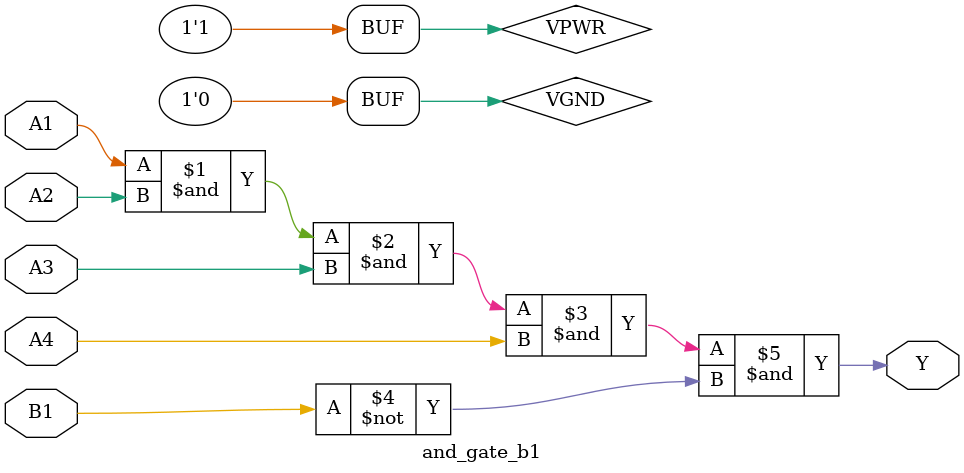
<source format=v>
module and_gate_b1 (
    Y,
    A1,
    A2,
    A3,
    A4,
    B1
);

    output Y;
    input A1;
    input A2;
    input A3;
    input A4;
    input B1;

    // Voltage supply signals
    supply1 VPWR;
    supply0 VGND;

    assign Y = (A1 & A2 & A3 & A4 & ~B1);

endmodule
</source>
